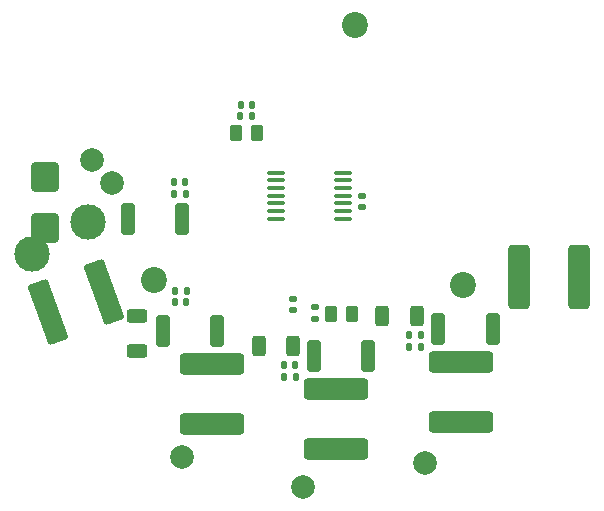
<source format=gbr>
%TF.GenerationSoftware,KiCad,Pcbnew,9.0.0*%
%TF.CreationDate,2025-06-25T03:54:54+08:00*%
%TF.ProjectId,CAPSTONE_MC,43415053-544f-44e4-955f-4d432e6b6963,Ver. 1.0.0*%
%TF.SameCoordinates,Original*%
%TF.FileFunction,Soldermask,Bot*%
%TF.FilePolarity,Negative*%
%FSLAX46Y46*%
G04 Gerber Fmt 4.6, Leading zero omitted, Abs format (unit mm)*
G04 Created by KiCad (PCBNEW 9.0.0) date 2025-06-25 03:54:54*
%MOMM*%
%LPD*%
G01*
G04 APERTURE LIST*
G04 Aperture macros list*
%AMRoundRect*
0 Rectangle with rounded corners*
0 $1 Rounding radius*
0 $2 $3 $4 $5 $6 $7 $8 $9 X,Y pos of 4 corners*
0 Add a 4 corners polygon primitive as box body*
4,1,4,$2,$3,$4,$5,$6,$7,$8,$9,$2,$3,0*
0 Add four circle primitives for the rounded corners*
1,1,$1+$1,$2,$3*
1,1,$1+$1,$4,$5*
1,1,$1+$1,$6,$7*
1,1,$1+$1,$8,$9*
0 Add four rect primitives between the rounded corners*
20,1,$1+$1,$2,$3,$4,$5,0*
20,1,$1+$1,$4,$5,$6,$7,0*
20,1,$1+$1,$6,$7,$8,$9,0*
20,1,$1+$1,$8,$9,$2,$3,0*%
G04 Aperture macros list end*
%ADD10C,2.000000*%
%ADD11C,3.000000*%
%ADD12C,2.200000*%
%ADD13RoundRect,0.250000X0.625000X-0.312500X0.625000X0.312500X-0.625000X0.312500X-0.625000X-0.312500X0*%
%ADD14RoundRect,0.250000X-0.362500X-1.075000X0.362500X-1.075000X0.362500X1.075000X-0.362500X1.075000X0*%
%ADD15RoundRect,0.140000X0.140000X0.170000X-0.140000X0.170000X-0.140000X-0.170000X0.140000X-0.170000X0*%
%ADD16RoundRect,0.250000X2.450000X-0.650000X2.450000X0.650000X-2.450000X0.650000X-2.450000X-0.650000X0*%
%ADD17RoundRect,0.250000X0.650000X2.450000X-0.650000X2.450000X-0.650000X-2.450000X0.650000X-2.450000X0*%
%ADD18RoundRect,0.135000X0.135000X0.185000X-0.135000X0.185000X-0.135000X-0.185000X0.135000X-0.185000X0*%
%ADD19RoundRect,0.140000X-0.170000X0.140000X-0.170000X-0.140000X0.170000X-0.140000X0.170000X0.140000X0*%
%ADD20RoundRect,0.140000X-0.140000X-0.170000X0.140000X-0.170000X0.140000X0.170000X-0.140000X0.170000X0*%
%ADD21RoundRect,0.135000X-0.185000X0.135000X-0.185000X-0.135000X0.185000X-0.135000X0.185000X0.135000X0*%
%ADD22RoundRect,0.250000X0.362500X1.075000X-0.362500X1.075000X-0.362500X-1.075000X0.362500X-1.075000X0*%
%ADD23RoundRect,0.250000X-0.312500X-0.625000X0.312500X-0.625000X0.312500X0.625000X-0.312500X0.625000X0*%
%ADD24RoundRect,0.135000X-0.135000X-0.185000X0.135000X-0.185000X0.135000X0.185000X-0.135000X0.185000X0*%
%ADD25RoundRect,0.250000X0.262500X0.450000X-0.262500X0.450000X-0.262500X-0.450000X0.262500X-0.450000X0*%
%ADD26RoundRect,0.250000X0.227149X-2.524560X1.448750X-2.079934X-0.227149X2.524560X-1.448750X2.079934X0*%
%ADD27RoundRect,0.250000X-0.900000X1.000000X-0.900000X-1.000000X0.900000X-1.000000X0.900000X1.000000X0*%
%ADD28RoundRect,0.100000X-0.637500X-0.100000X0.637500X-0.100000X0.637500X0.100000X-0.637500X0.100000X0*%
G04 APERTURE END LIST*
D10*
%TO.C,TP16*%
X84295000Y-57885000D03*
%TD*%
%TO.C,TP13*%
X82575000Y-55955000D03*
%TD*%
D11*
%TO.C,TP2*%
X82245000Y-61265000D03*
%TD*%
%TO.C,TP1*%
X77505000Y-63925000D03*
%TD*%
D10*
%TO.C,TP4*%
X100415000Y-83665000D03*
%TD*%
%TO.C,TP5*%
X110775000Y-81655000D03*
%TD*%
D12*
%TO.C,H2*%
X87810000Y-66140000D03*
%TD*%
D10*
%TO.C,TP3*%
X90235000Y-81165000D03*
%TD*%
D12*
%TO.C,H1*%
X104850000Y-44510000D03*
%TD*%
%TO.C,H3*%
X113960000Y-66550000D03*
%TD*%
D13*
%TO.C,R12*%
X86365000Y-72117500D03*
X86365000Y-69192500D03*
%TD*%
D14*
%TO.C,R24*%
X88558500Y-70450000D03*
X93183500Y-70450000D03*
%TD*%
D15*
%TO.C,C58*%
X110395000Y-70815000D03*
X109435000Y-70815000D03*
%TD*%
D16*
%TO.C,C30*%
X103265000Y-80485000D03*
X103265000Y-75385000D03*
%TD*%
D17*
%TO.C,C48*%
X123835000Y-65915000D03*
X118735000Y-65915000D03*
%TD*%
D18*
%TO.C,R27*%
X99825000Y-74364250D03*
X98805000Y-74364250D03*
%TD*%
D16*
%TO.C,C32*%
X113835000Y-78195000D03*
X113835000Y-73095000D03*
%TD*%
D19*
%TO.C,C40*%
X99615000Y-67725000D03*
X99615000Y-68685000D03*
%TD*%
D18*
%TO.C,R23*%
X90520000Y-58820000D03*
X89500000Y-58820000D03*
%TD*%
D20*
%TO.C,C41*%
X95160000Y-51295000D03*
X96120000Y-51295000D03*
%TD*%
D21*
%TO.C,R16*%
X101495000Y-68435000D03*
X101495000Y-69455000D03*
%TD*%
D22*
%TO.C,R22*%
X90207500Y-61005000D03*
X85582500Y-61005000D03*
%TD*%
D23*
%TO.C,R10*%
X107162500Y-69185000D03*
X110087500Y-69185000D03*
%TD*%
%TO.C,R11*%
X96682500Y-71725000D03*
X99607500Y-71725000D03*
%TD*%
D18*
%TO.C,R25*%
X90625000Y-67035000D03*
X89605000Y-67035000D03*
%TD*%
D14*
%TO.C,R28*%
X111892500Y-70285000D03*
X116517500Y-70285000D03*
%TD*%
D19*
%TO.C,C45*%
X105455000Y-58985000D03*
X105455000Y-59945000D03*
%TD*%
D14*
%TO.C,R26*%
X101352500Y-72545000D03*
X105977500Y-72545000D03*
%TD*%
D24*
%TO.C,R17*%
X95135000Y-52255000D03*
X96155000Y-52255000D03*
%TD*%
D15*
%TO.C,C53*%
X90445000Y-57805000D03*
X89485000Y-57805000D03*
%TD*%
%TO.C,C56*%
X90575000Y-68015000D03*
X89615000Y-68015000D03*
%TD*%
D25*
%TO.C,TH2*%
X96577500Y-53715000D03*
X94752500Y-53715000D03*
%TD*%
D15*
%TO.C,C57*%
X99795000Y-73365000D03*
X98835000Y-73365000D03*
%TD*%
D16*
%TO.C,C31*%
X92765000Y-78325000D03*
X92765000Y-73225000D03*
%TD*%
D25*
%TO.C,TH1*%
X104607500Y-68985000D03*
X102782500Y-68985000D03*
%TD*%
D26*
%TO.C,C50*%
X78828784Y-68877152D03*
X83621216Y-67132848D03*
%TD*%
D27*
%TO.C,D12*%
X78625000Y-57439999D03*
X78625000Y-61740001D03*
%TD*%
D28*
%TO.C,U8*%
X98137500Y-60950000D03*
X98137500Y-60300000D03*
X98137500Y-59650000D03*
X98137500Y-59000000D03*
X98137500Y-58350000D03*
X98137500Y-57700000D03*
X98137500Y-57050000D03*
X103862500Y-57050000D03*
X103862500Y-57700000D03*
X103862500Y-58350000D03*
X103862500Y-59000000D03*
X103862500Y-59650000D03*
X103862500Y-60300000D03*
X103862500Y-60950000D03*
%TD*%
D18*
%TO.C,R29*%
X110435000Y-71775000D03*
X109415000Y-71775000D03*
%TD*%
M02*

</source>
